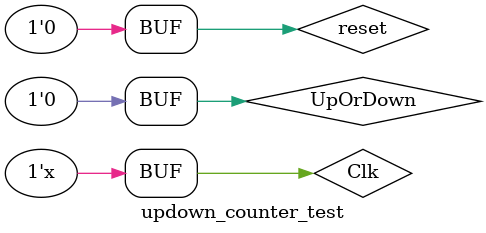
<source format=v>
`timescale 1ns / 1ps


module updown_counter_test;

	// Inputs
	reg Clk;
	reg reset;
	reg UpOrDown;

	// Outputs
	wire [3:0] Count;

	// Instantiate the Unit Under Test (UUT)
	updown_counter uut (
		.Clk(Clk), 
		.reset(reset), 
		.UpOrDown(UpOrDown), 
		.Count(Count)
	);

	initial Clk = 0;
    always #50 Clk = ~Clk;
    
    initial begin
        // Apply Inputs
        reset = 0;
        UpOrDown = 0;
        #100;
        UpOrDown = 1;
      #100;
        reset = 1;
        UpOrDown = 0;
        #100;
        reset = 0;  
    end
      
      
endmodule


</source>
